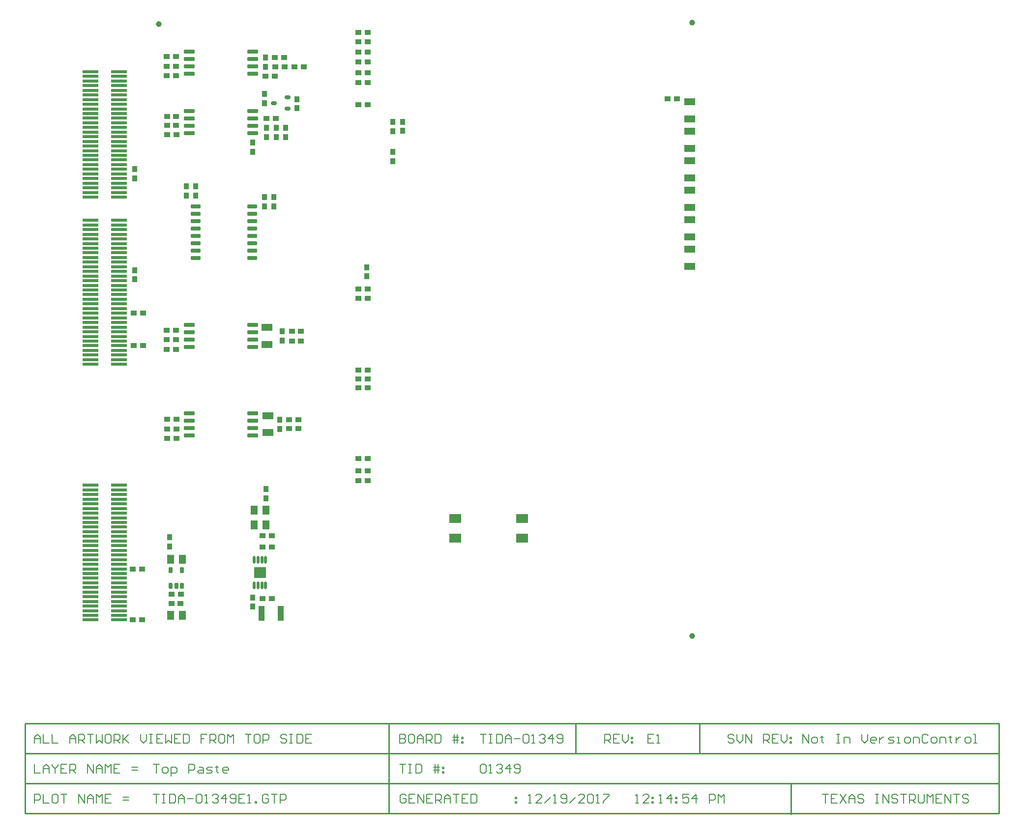
<source format=gtp>
G04 Layer_Color=9021481*
%FSAX25Y25*%
%MOIN*%
G70*
G01*
G75*
%ADD10R,0.07283X0.05118*%
%ADD11R,0.03937X0.03740*%
G04:AMPARAMS|DCode=12|XSize=62.99mil|YSize=78.74mil|CornerRadius=1.89mil|HoleSize=0mil|Usage=FLASHONLY|Rotation=270.000|XOffset=0mil|YOffset=0mil|HoleType=Round|Shape=RoundedRectangle|*
%AMROUNDEDRECTD12*
21,1,0.06299,0.07496,0,0,270.0*
21,1,0.05921,0.07874,0,0,270.0*
1,1,0.00378,-0.03748,-0.02961*
1,1,0.00378,-0.03748,0.02961*
1,1,0.00378,0.03748,0.02961*
1,1,0.00378,0.03748,-0.02961*
%
%ADD12ROUNDEDRECTD12*%
%ADD13R,0.03740X0.03937*%
G04:AMPARAMS|DCode=14|XSize=23.62mil|YSize=39.37mil|CornerRadius=5.91mil|HoleSize=0mil|Usage=FLASHONLY|Rotation=270.000|XOffset=0mil|YOffset=0mil|HoleType=Round|Shape=RoundedRectangle|*
%AMROUNDEDRECTD14*
21,1,0.02362,0.02756,0,0,270.0*
21,1,0.01181,0.03937,0,0,270.0*
1,1,0.01181,-0.01378,-0.00591*
1,1,0.01181,-0.01378,0.00591*
1,1,0.01181,0.01378,0.00591*
1,1,0.01181,0.01378,-0.00591*
%
%ADD14ROUNDEDRECTD14*%
%ADD15R,0.05000X0.06300*%
G04:AMPARAMS|DCode=16|XSize=17.72mil|YSize=53.15mil|CornerRadius=8.86mil|HoleSize=0mil|Usage=FLASHONLY|Rotation=0.000|XOffset=0mil|YOffset=0mil|HoleType=Round|Shape=RoundedRectangle|*
%AMROUNDEDRECTD16*
21,1,0.01772,0.03543,0,0,0.0*
21,1,0.00000,0.05315,0,0,0.0*
1,1,0.01772,0.00000,-0.01772*
1,1,0.01772,0.00000,-0.01772*
1,1,0.01772,0.00000,0.01772*
1,1,0.01772,0.00000,0.01772*
%
%ADD16ROUNDEDRECTD16*%
G04:AMPARAMS|DCode=17|XSize=74.02mil|YSize=77.95mil|CornerRadius=1.85mil|HoleSize=0mil|Usage=FLASHONLY|Rotation=270.000|XOffset=0mil|YOffset=0mil|HoleType=Round|Shape=RoundedRectangle|*
%AMROUNDEDRECTD17*
21,1,0.07402,0.07425,0,0,270.0*
21,1,0.07032,0.07795,0,0,270.0*
1,1,0.00370,-0.03713,-0.03516*
1,1,0.00370,-0.03713,0.03516*
1,1,0.00370,0.03713,0.03516*
1,1,0.00370,0.03713,-0.03516*
%
%ADD17ROUNDEDRECTD17*%
%ADD18R,0.04331X0.09842*%
G04:AMPARAMS|DCode=19|XSize=23.62mil|YSize=39.37mil|CornerRadius=2.01mil|HoleSize=0mil|Usage=FLASHONLY|Rotation=180.000|XOffset=0mil|YOffset=0mil|HoleType=Round|Shape=RoundedRectangle|*
%AMROUNDEDRECTD19*
21,1,0.02362,0.03535,0,0,180.0*
21,1,0.01961,0.03937,0,0,180.0*
1,1,0.00402,-0.00980,0.01768*
1,1,0.00402,0.00980,0.01768*
1,1,0.00402,0.00980,-0.01768*
1,1,0.00402,-0.00980,-0.01768*
%
%ADD19ROUNDEDRECTD19*%
G04:AMPARAMS|DCode=20|XSize=23.62mil|YSize=70.87mil|CornerRadius=2.01mil|HoleSize=0mil|Usage=FLASHONLY|Rotation=270.000|XOffset=0mil|YOffset=0mil|HoleType=Round|Shape=RoundedRectangle|*
%AMROUNDEDRECTD20*
21,1,0.02362,0.06685,0,0,270.0*
21,1,0.01961,0.07087,0,0,270.0*
1,1,0.00402,-0.03342,-0.00980*
1,1,0.00402,-0.03342,0.00980*
1,1,0.00402,0.03342,0.00980*
1,1,0.00402,0.03342,-0.00980*
%
%ADD20ROUNDEDRECTD20*%
G04:AMPARAMS|DCode=21|XSize=23.62mil|YSize=64.96mil|CornerRadius=2.01mil|HoleSize=0mil|Usage=FLASHONLY|Rotation=90.000|XOffset=0mil|YOffset=0mil|HoleType=Round|Shape=RoundedRectangle|*
%AMROUNDEDRECTD21*
21,1,0.02362,0.06094,0,0,90.0*
21,1,0.01961,0.06496,0,0,90.0*
1,1,0.00402,0.03047,0.00980*
1,1,0.00402,0.03047,-0.00980*
1,1,0.00402,-0.03047,-0.00980*
1,1,0.00402,-0.03047,0.00980*
%
%ADD21ROUNDEDRECTD21*%
%ADD22R,0.10724X0.01968*%
%ADD23C,0.03937*%
%ADD24C,0.01000*%
%ADD31C,0.00800*%
G54D10*
X0490700Y0411191D02*
D03*
Y0422609D02*
D03*
Y0431191D02*
D03*
Y0442609D02*
D03*
Y0451191D02*
D03*
Y0462609D02*
D03*
Y0471191D02*
D03*
Y0482609D02*
D03*
Y0491191D02*
D03*
Y0502609D02*
D03*
Y0511191D02*
D03*
Y0522609D02*
D03*
X0203900Y0369609D02*
D03*
Y0358191D02*
D03*
X0204500Y0309709D02*
D03*
Y0298291D02*
D03*
G54D11*
X0475550Y0524900D02*
D03*
X0481850D02*
D03*
X0272350Y0280900D02*
D03*
X0266050D02*
D03*
X0272350Y0340900D02*
D03*
X0266050D02*
D03*
X0272350Y0520900D02*
D03*
X0266050D02*
D03*
Y0535900D02*
D03*
X0272350D02*
D03*
X0272350Y0542400D02*
D03*
X0266050D02*
D03*
X0272350Y0549900D02*
D03*
X0266050D02*
D03*
X0266050Y0556400D02*
D03*
X0272350D02*
D03*
X0266050Y0563400D02*
D03*
X0272350D02*
D03*
X0272350Y0569900D02*
D03*
X0266050D02*
D03*
X0215750Y0552900D02*
D03*
X0209450D02*
D03*
X0215850Y0546500D02*
D03*
X0209550D02*
D03*
X0228850Y0546400D02*
D03*
X0222550D02*
D03*
X0203050Y0540000D02*
D03*
X0209350D02*
D03*
X0209850Y0511400D02*
D03*
X0203550D02*
D03*
X0227100Y0360500D02*
D03*
X0220801D02*
D03*
X0227100Y0367000D02*
D03*
X0220801D02*
D03*
X0225350Y0301050D02*
D03*
X0219050D02*
D03*
X0225350Y0307050D02*
D03*
X0219050D02*
D03*
X0201050Y0228400D02*
D03*
X0207350D02*
D03*
X0201050Y0220900D02*
D03*
X0207350D02*
D03*
X0207350Y0185900D02*
D03*
X0201050D02*
D03*
X0113050Y0171400D02*
D03*
X0119350D02*
D03*
X0145550Y0188900D02*
D03*
X0139250D02*
D03*
X0113050Y0205900D02*
D03*
X0119350D02*
D03*
X0113599Y0357539D02*
D03*
X0119899D02*
D03*
X0113550Y0379400D02*
D03*
X0119850D02*
D03*
X0142450Y0506600D02*
D03*
X0136150D02*
D03*
X0142450Y0512800D02*
D03*
X0136150D02*
D03*
X0266050Y0395900D02*
D03*
X0272350D02*
D03*
X0266050Y0328900D02*
D03*
X0272350D02*
D03*
X0266050Y0265900D02*
D03*
X0272350D02*
D03*
X0142350Y0546900D02*
D03*
X0136050D02*
D03*
X0142350Y0553400D02*
D03*
X0136050D02*
D03*
X0142350Y0361254D02*
D03*
X0136050D02*
D03*
X0142350Y0367754D02*
D03*
X0136050D02*
D03*
X0142480Y0300900D02*
D03*
X0136180D02*
D03*
X0142480Y0307400D02*
D03*
X0136180D02*
D03*
X0272350Y0389400D02*
D03*
X0266050D02*
D03*
X0272350Y0334900D02*
D03*
X0266050D02*
D03*
X0272350Y0272400D02*
D03*
X0266050D02*
D03*
X0142350Y0540400D02*
D03*
X0136050D02*
D03*
X0142350Y0354754D02*
D03*
X0136050D02*
D03*
X0142480Y0294400D02*
D03*
X0136180D02*
D03*
X0136250Y0500300D02*
D03*
X0142550D02*
D03*
X0145450Y0182400D02*
D03*
X0139150D02*
D03*
G54D12*
X0377074Y0240093D02*
D03*
Y0226707D02*
D03*
X0331700Y0240093D02*
D03*
Y0226707D02*
D03*
G54D13*
X0271700Y0404250D02*
D03*
Y0410550D02*
D03*
X0289330Y0488719D02*
D03*
Y0482420D02*
D03*
X0289200Y0502750D02*
D03*
Y0509050D02*
D03*
X0295830Y0502920D02*
D03*
Y0509219D02*
D03*
X0202200Y0521750D02*
D03*
Y0528050D02*
D03*
X0224200Y0524550D02*
D03*
Y0518250D02*
D03*
X0203700Y0498750D02*
D03*
Y0505050D02*
D03*
X0210200Y0505050D02*
D03*
Y0498750D02*
D03*
X0216700Y0498750D02*
D03*
Y0505050D02*
D03*
X0194200Y0488750D02*
D03*
Y0495050D02*
D03*
X0208700Y0451750D02*
D03*
Y0458050D02*
D03*
X0202200Y0451750D02*
D03*
Y0458050D02*
D03*
X0214300Y0360650D02*
D03*
Y0366950D02*
D03*
X0212700Y0300900D02*
D03*
Y0307199D02*
D03*
X0203200Y0253750D02*
D03*
Y0260050D02*
D03*
X0194200Y0186550D02*
D03*
Y0180250D02*
D03*
X0138000Y0221050D02*
D03*
Y0227350D02*
D03*
X0114200Y0402278D02*
D03*
Y0408577D02*
D03*
X0149300Y0465350D02*
D03*
Y0459050D02*
D03*
X0114200Y0470750D02*
D03*
Y0477050D02*
D03*
X0155500Y0459050D02*
D03*
Y0465350D02*
D03*
X0203000Y0552750D02*
D03*
Y0546450D02*
D03*
G54D14*
X0208476Y0521900D02*
D03*
X0217924Y0525640D02*
D03*
Y0518160D02*
D03*
G54D15*
X0195200Y0245900D02*
D03*
X0203200D02*
D03*
X0195200Y0235900D02*
D03*
X0203200D02*
D03*
X0146500Y0174500D02*
D03*
X0138500D02*
D03*
X0138600Y0212500D02*
D03*
X0146600D02*
D03*
G54D16*
X0195361Y0194640D02*
D03*
X0197921D02*
D03*
X0200480D02*
D03*
X0195361Y0212160D02*
D03*
X0197921D02*
D03*
X0200480D02*
D03*
X0203039Y0194640D02*
D03*
Y0212160D02*
D03*
G54D17*
X0199200Y0203400D02*
D03*
G54D18*
X0200204Y0175900D02*
D03*
X0213196D02*
D03*
G54D19*
X0138760Y0194387D02*
D03*
X0142500D02*
D03*
X0146240D02*
D03*
Y0205213D02*
D03*
X0138760D02*
D03*
G54D20*
X0194157Y0541900D02*
D03*
Y0546900D02*
D03*
Y0551900D02*
D03*
Y0556900D02*
D03*
X0151243Y0541900D02*
D03*
Y0546900D02*
D03*
Y0551900D02*
D03*
Y0556900D02*
D03*
X0194157Y0356400D02*
D03*
Y0361400D02*
D03*
Y0366400D02*
D03*
Y0371400D02*
D03*
X0151243Y0356400D02*
D03*
Y0361400D02*
D03*
Y0366400D02*
D03*
Y0371400D02*
D03*
X0194157Y0296400D02*
D03*
Y0301400D02*
D03*
Y0306400D02*
D03*
Y0311400D02*
D03*
X0151243Y0296400D02*
D03*
Y0301400D02*
D03*
Y0306400D02*
D03*
Y0311400D02*
D03*
X0194157Y0501400D02*
D03*
Y0506400D02*
D03*
Y0511400D02*
D03*
Y0516400D02*
D03*
X0151243Y0501400D02*
D03*
Y0506400D02*
D03*
Y0511400D02*
D03*
Y0516400D02*
D03*
G54D21*
X0193893Y0416900D02*
D03*
Y0421900D02*
D03*
Y0426900D02*
D03*
Y0431900D02*
D03*
Y0436900D02*
D03*
Y0441900D02*
D03*
Y0446900D02*
D03*
Y0451900D02*
D03*
X0155507Y0416900D02*
D03*
Y0421900D02*
D03*
Y0426900D02*
D03*
Y0431900D02*
D03*
Y0436900D02*
D03*
Y0441900D02*
D03*
Y0446900D02*
D03*
Y0451900D02*
D03*
G54D22*
X0084276Y0262602D02*
D03*
Y0259452D02*
D03*
Y0256303D02*
D03*
Y0253153D02*
D03*
Y0250004D02*
D03*
Y0246854D02*
D03*
Y0243704D02*
D03*
Y0240555D02*
D03*
Y0237405D02*
D03*
Y0234256D02*
D03*
Y0231106D02*
D03*
Y0227956D02*
D03*
Y0224807D02*
D03*
Y0221657D02*
D03*
Y0218507D02*
D03*
Y0215358D02*
D03*
Y0212208D02*
D03*
Y0209059D02*
D03*
Y0205909D02*
D03*
Y0202759D02*
D03*
Y0199610D02*
D03*
Y0196460D02*
D03*
Y0193311D02*
D03*
Y0190161D02*
D03*
Y0187011D02*
D03*
Y0183862D02*
D03*
Y0180712D02*
D03*
Y0177563D02*
D03*
Y0174413D02*
D03*
Y0171263D02*
D03*
X0103662Y0262602D02*
D03*
Y0259452D02*
D03*
Y0256303D02*
D03*
Y0253153D02*
D03*
Y0250004D02*
D03*
Y0246854D02*
D03*
Y0243704D02*
D03*
Y0240555D02*
D03*
Y0237405D02*
D03*
Y0234256D02*
D03*
Y0231106D02*
D03*
Y0227956D02*
D03*
Y0224807D02*
D03*
Y0221657D02*
D03*
Y0218507D02*
D03*
Y0215358D02*
D03*
Y0212208D02*
D03*
Y0209059D02*
D03*
Y0205909D02*
D03*
Y0202759D02*
D03*
Y0199610D02*
D03*
Y0196460D02*
D03*
Y0193311D02*
D03*
Y0190161D02*
D03*
Y0187011D02*
D03*
Y0183862D02*
D03*
Y0180712D02*
D03*
Y0177563D02*
D03*
Y0174413D02*
D03*
Y0171263D02*
D03*
X0103662Y0344671D02*
D03*
X0084276D02*
D03*
X0103662Y0347820D02*
D03*
X0084276D02*
D03*
X0103662Y0350970D02*
D03*
X0084276D02*
D03*
X0103662Y0354119D02*
D03*
X0084276D02*
D03*
X0103662Y0357269D02*
D03*
X0084276D02*
D03*
X0103662Y0360419D02*
D03*
X0084276D02*
D03*
X0103662Y0363568D02*
D03*
X0084276D02*
D03*
X0103662Y0366718D02*
D03*
X0084276D02*
D03*
X0103662Y0369867D02*
D03*
X0084276D02*
D03*
X0103662Y0373017D02*
D03*
X0084276D02*
D03*
X0103662Y0376167D02*
D03*
X0084276D02*
D03*
X0103662Y0379316D02*
D03*
X0084276D02*
D03*
X0103662Y0382466D02*
D03*
X0084276D02*
D03*
X0103662Y0385615D02*
D03*
X0084276D02*
D03*
X0103662Y0388765D02*
D03*
X0084276D02*
D03*
X0103662Y0391915D02*
D03*
X0084276D02*
D03*
X0103662Y0395064D02*
D03*
X0084276D02*
D03*
X0103662Y0398214D02*
D03*
X0084276D02*
D03*
X0103662Y0401364D02*
D03*
X0084276D02*
D03*
X0103662Y0404513D02*
D03*
X0084276D02*
D03*
X0103662Y0407663D02*
D03*
X0084276D02*
D03*
X0103662Y0410812D02*
D03*
X0084276D02*
D03*
X0103662Y0413962D02*
D03*
X0084276D02*
D03*
X0103662Y0417112D02*
D03*
X0084276D02*
D03*
X0103662Y0420261D02*
D03*
X0084276D02*
D03*
X0103662Y0423411D02*
D03*
X0084276D02*
D03*
X0103662Y0426560D02*
D03*
X0084276D02*
D03*
X0103662Y0429710D02*
D03*
X0084276D02*
D03*
X0103662Y0432860D02*
D03*
X0084276D02*
D03*
X0103662Y0436009D02*
D03*
X0084276D02*
D03*
X0103662Y0439159D02*
D03*
X0084276D02*
D03*
X0103662Y0442308D02*
D03*
X0084276D02*
D03*
X0103662Y0458056D02*
D03*
X0084276D02*
D03*
X0103662Y0461206D02*
D03*
X0084276D02*
D03*
X0103662Y0464356D02*
D03*
X0084276D02*
D03*
X0103662Y0467505D02*
D03*
X0084276D02*
D03*
X0103662Y0470655D02*
D03*
X0084276D02*
D03*
X0103662Y0473805D02*
D03*
X0084276D02*
D03*
X0103662Y0476954D02*
D03*
X0084276D02*
D03*
X0103662Y0480104D02*
D03*
X0084276D02*
D03*
X0103662Y0483253D02*
D03*
X0084276D02*
D03*
X0103662Y0486403D02*
D03*
X0084276D02*
D03*
X0103662Y0489552D02*
D03*
X0084276D02*
D03*
X0103662Y0492702D02*
D03*
X0084276D02*
D03*
X0103662Y0495852D02*
D03*
X0084276D02*
D03*
X0103662Y0499001D02*
D03*
X0084276D02*
D03*
X0103662Y0502151D02*
D03*
X0084276D02*
D03*
X0103662Y0505301D02*
D03*
X0084276D02*
D03*
X0103662Y0508450D02*
D03*
X0084276D02*
D03*
X0103662Y0511600D02*
D03*
X0084276D02*
D03*
X0103662Y0514749D02*
D03*
X0084276D02*
D03*
X0103662Y0517899D02*
D03*
X0084276D02*
D03*
X0103662Y0521049D02*
D03*
X0084276D02*
D03*
X0103662Y0524198D02*
D03*
X0084276D02*
D03*
X0103662Y0527348D02*
D03*
X0084276Y0527348D02*
D03*
X0103662Y0530497D02*
D03*
X0084276D02*
D03*
X0103662Y0533647D02*
D03*
X0084276Y0533647D02*
D03*
X0103662Y0536797D02*
D03*
X0084276D02*
D03*
X0103662Y0539946D02*
D03*
X0084276D02*
D03*
X0103662Y0543096D02*
D03*
X0084276D02*
D03*
G54D23*
X0130769Y0575300D02*
D03*
X0492200Y0576400D02*
D03*
Y0160400D02*
D03*
G54D24*
X0559400Y0039400D02*
Y0059683D01*
X0440500Y0040050D02*
X0700200D01*
Y0101050D01*
X0286500Y0040050D02*
Y0101050D01*
X0040000Y0040050D02*
Y0101050D01*
X0040050Y0040050D02*
X0197600D01*
X0040050D02*
Y0101050D01*
Y0101050D02*
X0700200D01*
X0040000Y0040050D02*
X0440500D01*
X0040000Y0060383D02*
X0700000D01*
X0040000Y0080717D02*
X0700200D01*
X0413200D02*
Y0101050D01*
X0497200Y0080717D02*
Y0101050D01*
G54D31*
X0126900Y0073549D02*
X0130899D01*
X0128899D01*
Y0067551D01*
X0133898D02*
X0135897D01*
X0136897Y0068550D01*
Y0070550D01*
X0135897Y0071549D01*
X0133898D01*
X0132898Y0070550D01*
Y0068550D01*
X0133898Y0067551D01*
X0138896Y0065551D02*
Y0071549D01*
X0141895D01*
X0142895Y0070550D01*
Y0068550D01*
X0141895Y0067551D01*
X0138896D01*
X0150892D02*
Y0073549D01*
X0153891D01*
X0154891Y0072549D01*
Y0070550D01*
X0153891Y0069550D01*
X0150892D01*
X0157890Y0071549D02*
X0159889D01*
X0160889Y0070550D01*
Y0067551D01*
X0157890D01*
X0156890Y0068550D01*
X0157890Y0069550D01*
X0160889D01*
X0162888Y0067551D02*
X0165887D01*
X0166887Y0068550D01*
X0165887Y0069550D01*
X0163888D01*
X0162888Y0070550D01*
X0163888Y0071549D01*
X0166887D01*
X0169886Y0072549D02*
Y0071549D01*
X0168886D01*
X0170886D01*
X0169886D01*
Y0068550D01*
X0170886Y0067551D01*
X0176884D02*
X0174884D01*
X0173885Y0068550D01*
Y0070550D01*
X0174884Y0071549D01*
X0176884D01*
X0177884Y0070550D01*
Y0069550D01*
X0173885D01*
X0348550Y0072498D02*
X0349550Y0073498D01*
X0351549D01*
X0352549Y0072498D01*
Y0068500D01*
X0351549Y0067500D01*
X0349550D01*
X0348550Y0068500D01*
Y0072498D01*
X0354548Y0067500D02*
X0356547D01*
X0355548D01*
Y0073498D01*
X0354548Y0072498D01*
X0359546D02*
X0360546Y0073498D01*
X0362545D01*
X0363545Y0072498D01*
Y0071499D01*
X0362545Y0070499D01*
X0361546D01*
X0362545D01*
X0363545Y0069499D01*
Y0068500D01*
X0362545Y0067500D01*
X0360546D01*
X0359546Y0068500D01*
X0368544Y0067500D02*
Y0073498D01*
X0365545Y0070499D01*
X0369543D01*
X0371543Y0068500D02*
X0372542Y0067500D01*
X0374542D01*
X0375541Y0068500D01*
Y0072498D01*
X0374542Y0073498D01*
X0372542D01*
X0371543Y0072498D01*
Y0071499D01*
X0372542Y0070499D01*
X0375541D01*
X0294000Y0073498D02*
X0297999D01*
X0295999D01*
Y0067500D01*
X0299998Y0073498D02*
X0301997D01*
X0300998D01*
Y0067500D01*
X0299998D01*
X0301997D01*
X0304996Y0073498D02*
Y0067500D01*
X0307996D01*
X0308995Y0068500D01*
Y0072498D01*
X0307996Y0073498D01*
X0304996D01*
X0317992Y0067500D02*
Y0073498D01*
X0319992D02*
Y0067500D01*
X0316993Y0071499D02*
X0319992D01*
X0320991D01*
X0316993Y0069499D02*
X0320991D01*
X0322991Y0071499D02*
X0323990D01*
Y0070499D01*
X0322991D01*
Y0071499D01*
Y0068500D02*
X0323990D01*
Y0067500D01*
X0322991D01*
Y0068500D01*
X0580500Y0052965D02*
X0584499D01*
X0582499D01*
Y0046966D01*
X0590497Y0052965D02*
X0586498D01*
Y0046966D01*
X0590497D01*
X0586498Y0049966D02*
X0588497D01*
X0592496Y0052965D02*
X0596495Y0046966D01*
Y0052965D02*
X0592496Y0046966D01*
X0598494D02*
Y0050965D01*
X0600493Y0052965D01*
X0602493Y0050965D01*
Y0046966D01*
Y0049966D01*
X0598494D01*
X0608491Y0051965D02*
X0607491Y0052965D01*
X0605492D01*
X0604492Y0051965D01*
Y0050965D01*
X0605492Y0049966D01*
X0607491D01*
X0608491Y0048966D01*
Y0047966D01*
X0607491Y0046966D01*
X0605492D01*
X0604492Y0047966D01*
X0616488Y0052965D02*
X0618488D01*
X0617488D01*
Y0046966D01*
X0616488D01*
X0618488D01*
X0621487D02*
Y0052965D01*
X0625486Y0046966D01*
Y0052965D01*
X0631484Y0051965D02*
X0630484Y0052965D01*
X0628484D01*
X0627485Y0051965D01*
Y0050965D01*
X0628484Y0049966D01*
X0630484D01*
X0631484Y0048966D01*
Y0047966D01*
X0630484Y0046966D01*
X0628484D01*
X0627485Y0047966D01*
X0633483Y0052965D02*
X0637482D01*
X0635482D01*
Y0046966D01*
X0639481D02*
Y0052965D01*
X0642480D01*
X0643480Y0051965D01*
Y0049966D01*
X0642480Y0048966D01*
X0639481D01*
X0641480D02*
X0643480Y0046966D01*
X0645479Y0052965D02*
Y0047966D01*
X0646479Y0046966D01*
X0648478D01*
X0649478Y0047966D01*
Y0052965D01*
X0651477Y0046966D02*
Y0052965D01*
X0653476Y0050965D01*
X0655476Y0052965D01*
Y0046966D01*
X0661474Y0052965D02*
X0657475D01*
Y0046966D01*
X0661474D01*
X0657475Y0049966D02*
X0659474D01*
X0663473Y0046966D02*
Y0052965D01*
X0667472Y0046966D01*
Y0052965D01*
X0669471D02*
X0673470D01*
X0671471D01*
Y0046966D01*
X0679468Y0051965D02*
X0678468Y0052965D01*
X0676469D01*
X0675469Y0051965D01*
Y0050965D01*
X0676469Y0049966D01*
X0678468D01*
X0679468Y0048966D01*
Y0047966D01*
X0678468Y0046966D01*
X0676469D01*
X0675469Y0047966D01*
X0454050Y0046966D02*
X0456049D01*
X0455050D01*
Y0052965D01*
X0454050Y0051965D01*
X0463047Y0046966D02*
X0459048D01*
X0463047Y0050965D01*
Y0051965D01*
X0462047Y0052965D01*
X0460048D01*
X0459048Y0051965D01*
X0465046Y0050965D02*
X0466046D01*
Y0049966D01*
X0465046D01*
Y0050965D01*
Y0047966D02*
X0466046D01*
Y0046966D01*
X0465046D01*
Y0047966D01*
X0470045Y0046966D02*
X0472044D01*
X0471044D01*
Y0052965D01*
X0470045Y0051965D01*
X0478042Y0046966D02*
Y0052965D01*
X0475043Y0049966D01*
X0479042D01*
X0481041Y0050965D02*
X0482041D01*
Y0049966D01*
X0481041D01*
Y0050965D01*
Y0047966D02*
X0482041D01*
Y0046966D01*
X0481041D01*
Y0047966D01*
X0490038Y0052965D02*
X0486040D01*
Y0049966D01*
X0488039Y0050965D01*
X0489039D01*
X0490038Y0049966D01*
Y0047966D01*
X0489039Y0046966D01*
X0487039D01*
X0486040Y0047966D01*
X0495037Y0046966D02*
Y0052965D01*
X0492038Y0049966D01*
X0496036D01*
X0504034Y0046966D02*
Y0052965D01*
X0507033D01*
X0508033Y0051965D01*
Y0049966D01*
X0507033Y0048966D01*
X0504034D01*
X0510032Y0046966D02*
Y0052965D01*
X0512031Y0050965D01*
X0514031Y0052965D01*
Y0046966D01*
X0046350D02*
Y0052965D01*
X0049349D01*
X0050349Y0051965D01*
Y0049966D01*
X0049349Y0048966D01*
X0046350D01*
X0052348Y0052965D02*
Y0046966D01*
X0056347D01*
X0061345Y0052965D02*
X0059346D01*
X0058346Y0051965D01*
Y0047966D01*
X0059346Y0046966D01*
X0061345D01*
X0062345Y0047966D01*
Y0051965D01*
X0061345Y0052965D01*
X0064344D02*
X0068343D01*
X0066343D01*
Y0046966D01*
X0076340D02*
Y0052965D01*
X0080339Y0046966D01*
Y0052965D01*
X0082338Y0046966D02*
Y0050965D01*
X0084338Y0052965D01*
X0086337Y0050965D01*
Y0046966D01*
Y0049966D01*
X0082338D01*
X0088336Y0046966D02*
Y0052965D01*
X0090336Y0050965D01*
X0092335Y0052965D01*
Y0046966D01*
X0098333Y0052965D02*
X0094335D01*
Y0046966D01*
X0098333D01*
X0094335Y0049966D02*
X0096334D01*
X0106331Y0048966D02*
X0110329D01*
X0106331Y0050965D02*
X0110329D01*
X0046350Y0073549D02*
Y0067551D01*
X0050349D01*
X0052348D02*
Y0071549D01*
X0054347Y0073549D01*
X0056347Y0071549D01*
Y0067551D01*
Y0070550D01*
X0052348D01*
X0058346Y0073549D02*
Y0072549D01*
X0060346Y0070550D01*
X0062345Y0072549D01*
Y0073549D01*
X0060346Y0070550D02*
Y0067551D01*
X0068343Y0073549D02*
X0064344D01*
Y0067551D01*
X0068343D01*
X0064344Y0070550D02*
X0066343D01*
X0070342Y0067551D02*
Y0073549D01*
X0073341D01*
X0074341Y0072549D01*
Y0070550D01*
X0073341Y0069550D01*
X0070342D01*
X0072342D02*
X0074341Y0067551D01*
X0082338D02*
Y0073549D01*
X0086337Y0067551D01*
Y0073549D01*
X0088336Y0067551D02*
Y0071549D01*
X0090336Y0073549D01*
X0092335Y0071549D01*
Y0067551D01*
Y0070550D01*
X0088336D01*
X0094335Y0067551D02*
Y0073549D01*
X0096334Y0071549D01*
X0098333Y0073549D01*
Y0067551D01*
X0104331Y0073549D02*
X0100332D01*
Y0067551D01*
X0104331D01*
X0100332Y0070550D02*
X0102332D01*
X0112329Y0069550D02*
X0116327D01*
X0112329Y0071549D02*
X0116327D01*
X0294000Y0093831D02*
Y0087833D01*
X0296999D01*
X0297999Y0088833D01*
Y0089833D01*
X0296999Y0090832D01*
X0294000D01*
X0296999D01*
X0297999Y0091832D01*
Y0092832D01*
X0296999Y0093831D01*
X0294000D01*
X0302997D02*
X0300998D01*
X0299998Y0092832D01*
Y0088833D01*
X0300998Y0087833D01*
X0302997D01*
X0303997Y0088833D01*
Y0092832D01*
X0302997Y0093831D01*
X0305996Y0087833D02*
Y0091832D01*
X0307996Y0093831D01*
X0309995Y0091832D01*
Y0087833D01*
Y0090832D01*
X0305996D01*
X0311994Y0087833D02*
Y0093831D01*
X0314993D01*
X0315993Y0092832D01*
Y0090832D01*
X0314993Y0089833D01*
X0311994D01*
X0313994D02*
X0315993Y0087833D01*
X0317992Y0093831D02*
Y0087833D01*
X0320991D01*
X0321991Y0088833D01*
Y0092832D01*
X0320991Y0093831D01*
X0317992D01*
X0330988Y0087833D02*
Y0093831D01*
X0332987D02*
Y0087833D01*
X0329988Y0091832D02*
X0332987D01*
X0333987D01*
X0329988Y0089833D02*
X0333987D01*
X0335986Y0091832D02*
X0336986D01*
Y0090832D01*
X0335986D01*
Y0091832D01*
Y0088833D02*
X0336986D01*
Y0087833D01*
X0335986D01*
Y0088833D01*
X0348550Y0093831D02*
X0352549D01*
X0350549D01*
Y0087833D01*
X0354548Y0093831D02*
X0356547D01*
X0355548D01*
Y0087833D01*
X0354548D01*
X0356547D01*
X0359546Y0093831D02*
Y0087833D01*
X0362545D01*
X0363545Y0088833D01*
Y0092832D01*
X0362545Y0093831D01*
X0359546D01*
X0365545Y0087833D02*
Y0091832D01*
X0367544Y0093831D01*
X0369543Y0091832D01*
Y0087833D01*
Y0090832D01*
X0365545D01*
X0371543D02*
X0375541D01*
X0377541Y0092832D02*
X0378540Y0093831D01*
X0380540D01*
X0381539Y0092832D01*
Y0088833D01*
X0380540Y0087833D01*
X0378540D01*
X0377541Y0088833D01*
Y0092832D01*
X0383539Y0087833D02*
X0385538D01*
X0384538D01*
Y0093831D01*
X0383539Y0092832D01*
X0388537D02*
X0389537Y0093831D01*
X0391536D01*
X0392536Y0092832D01*
Y0091832D01*
X0391536Y0090832D01*
X0390536D01*
X0391536D01*
X0392536Y0089833D01*
Y0088833D01*
X0391536Y0087833D01*
X0389537D01*
X0388537Y0088833D01*
X0397534Y0087833D02*
Y0093831D01*
X0394535Y0090832D01*
X0398534D01*
X0400533Y0088833D02*
X0401533Y0087833D01*
X0403532D01*
X0404532Y0088833D01*
Y0092832D01*
X0403532Y0093831D01*
X0401533D01*
X0400533Y0092832D01*
Y0091832D01*
X0401533Y0090832D01*
X0404532D01*
X0466149Y0093831D02*
X0462150D01*
Y0087833D01*
X0466149D01*
X0462150Y0090832D02*
X0464149D01*
X0468148Y0087833D02*
X0470147D01*
X0469148D01*
Y0093831D01*
X0468148Y0092832D01*
X0046350Y0087833D02*
Y0091832D01*
X0048349Y0093831D01*
X0050349Y0091832D01*
Y0087833D01*
Y0090832D01*
X0046350D01*
X0052348Y0093831D02*
Y0087833D01*
X0056347D01*
X0058346Y0093831D02*
Y0087833D01*
X0062345D01*
X0070342D02*
Y0091832D01*
X0072342Y0093831D01*
X0074341Y0091832D01*
Y0087833D01*
Y0090832D01*
X0070342D01*
X0076340Y0087833D02*
Y0093831D01*
X0079339D01*
X0080339Y0092832D01*
Y0090832D01*
X0079339Y0089833D01*
X0076340D01*
X0078340D02*
X0080339Y0087833D01*
X0082338Y0093831D02*
X0086337D01*
X0084338D01*
Y0087833D01*
X0088336Y0093831D02*
Y0087833D01*
X0090336Y0089833D01*
X0092335Y0087833D01*
Y0093831D01*
X0097334D02*
X0095334D01*
X0094335Y0092832D01*
Y0088833D01*
X0095334Y0087833D01*
X0097334D01*
X0098333Y0088833D01*
Y0092832D01*
X0097334Y0093831D01*
X0100332Y0087833D02*
Y0093831D01*
X0103332D01*
X0104331Y0092832D01*
Y0090832D01*
X0103332Y0089833D01*
X0100332D01*
X0102332D02*
X0104331Y0087833D01*
X0106331Y0093831D02*
Y0087833D01*
Y0089833D01*
X0110329Y0093831D01*
X0107330Y0090832D01*
X0110329Y0087833D01*
X0118327Y0093831D02*
Y0089833D01*
X0120326Y0087833D01*
X0122325Y0089833D01*
Y0093831D01*
X0124325D02*
X0126324D01*
X0125324D01*
Y0087833D01*
X0124325D01*
X0126324D01*
X0133322Y0093831D02*
X0129323D01*
Y0087833D01*
X0133322D01*
X0129323Y0090832D02*
X0131323D01*
X0135321Y0093831D02*
Y0087833D01*
X0137321Y0089833D01*
X0139320Y0087833D01*
Y0093831D01*
X0145318D02*
X0141319D01*
Y0087833D01*
X0145318D01*
X0141319Y0090832D02*
X0143319D01*
X0147317Y0093831D02*
Y0087833D01*
X0150316D01*
X0151316Y0088833D01*
Y0092832D01*
X0150316Y0093831D01*
X0147317D01*
X0163312D02*
X0159313D01*
Y0090832D01*
X0161313D01*
X0159313D01*
Y0087833D01*
X0165312D02*
Y0093831D01*
X0168310D01*
X0169310Y0092832D01*
Y0090832D01*
X0168310Y0089833D01*
X0165312D01*
X0167311D02*
X0169310Y0087833D01*
X0174309Y0093831D02*
X0172309D01*
X0171310Y0092832D01*
Y0088833D01*
X0172309Y0087833D01*
X0174309D01*
X0175308Y0088833D01*
Y0092832D01*
X0174309Y0093831D01*
X0177308Y0087833D02*
Y0093831D01*
X0179307Y0091832D01*
X0181306Y0093831D01*
Y0087833D01*
X0189304Y0093831D02*
X0193303D01*
X0191303D01*
Y0087833D01*
X0198301Y0093831D02*
X0196301D01*
X0195302Y0092832D01*
Y0088833D01*
X0196301Y0087833D01*
X0198301D01*
X0199301Y0088833D01*
Y0092832D01*
X0198301Y0093831D01*
X0201300Y0087833D02*
Y0093831D01*
X0204299D01*
X0205299Y0092832D01*
Y0090832D01*
X0204299Y0089833D01*
X0201300D01*
X0217295Y0092832D02*
X0216295Y0093831D01*
X0214296D01*
X0213296Y0092832D01*
Y0091832D01*
X0214296Y0090832D01*
X0216295D01*
X0217295Y0089833D01*
Y0088833D01*
X0216295Y0087833D01*
X0214296D01*
X0213296Y0088833D01*
X0219294Y0093831D02*
X0221293D01*
X0220294D01*
Y0087833D01*
X0219294D01*
X0221293D01*
X0224292Y0093831D02*
Y0087833D01*
X0227291D01*
X0228291Y0088833D01*
Y0092832D01*
X0227291Y0093831D01*
X0224292D01*
X0234289D02*
X0230291D01*
Y0087833D01*
X0234289D01*
X0230291Y0090832D02*
X0232290D01*
X0298199Y0051965D02*
X0297199Y0052965D01*
X0295200D01*
X0294200Y0051965D01*
Y0047966D01*
X0295200Y0046966D01*
X0297199D01*
X0298199Y0047966D01*
Y0049966D01*
X0296199D01*
X0304197Y0052965D02*
X0300198D01*
Y0046966D01*
X0304197D01*
X0300198Y0049966D02*
X0302197D01*
X0306196Y0046966D02*
Y0052965D01*
X0310195Y0046966D01*
Y0052965D01*
X0316193D02*
X0312194D01*
Y0046966D01*
X0316193D01*
X0312194Y0049966D02*
X0314194D01*
X0318192Y0046966D02*
Y0052965D01*
X0321191D01*
X0322191Y0051965D01*
Y0049966D01*
X0321191Y0048966D01*
X0318192D01*
X0320192D02*
X0322191Y0046966D01*
X0324190D02*
Y0050965D01*
X0326190Y0052965D01*
X0328189Y0050965D01*
Y0046966D01*
Y0049966D01*
X0324190D01*
X0330188Y0052965D02*
X0334187D01*
X0332188D01*
Y0046966D01*
X0340185Y0052965D02*
X0336186D01*
Y0046966D01*
X0340185D01*
X0336186Y0049966D02*
X0338186D01*
X0342184Y0052965D02*
Y0046966D01*
X0345183D01*
X0346183Y0047966D01*
Y0051965D01*
X0345183Y0052965D01*
X0342184D01*
X0372175Y0050965D02*
X0373175D01*
Y0049966D01*
X0372175D01*
Y0050965D01*
Y0047966D02*
X0373175D01*
Y0046966D01*
X0372175D01*
Y0047966D01*
X0381150Y0046966D02*
X0383149D01*
X0382150D01*
Y0052965D01*
X0381150Y0051965D01*
X0390147Y0046966D02*
X0386148D01*
X0390147Y0050965D01*
Y0051965D01*
X0389147Y0052965D01*
X0387148D01*
X0386148Y0051965D01*
X0392146Y0046966D02*
X0396145Y0050965D01*
X0398145Y0046966D02*
X0400144D01*
X0399144D01*
Y0052965D01*
X0398145Y0051965D01*
X0403143Y0047966D02*
X0404143Y0046966D01*
X0406142D01*
X0407142Y0047966D01*
Y0051965D01*
X0406142Y0052965D01*
X0404143D01*
X0403143Y0051965D01*
Y0050965D01*
X0404143Y0049966D01*
X0407142D01*
X0409141Y0046966D02*
X0413140Y0050965D01*
X0419138Y0046966D02*
X0415139D01*
X0419138Y0050965D01*
Y0051965D01*
X0418138Y0052965D01*
X0416139D01*
X0415139Y0051965D01*
X0421137D02*
X0422137Y0052965D01*
X0424136D01*
X0425136Y0051965D01*
Y0047966D01*
X0424136Y0046966D01*
X0422137D01*
X0421137Y0047966D01*
Y0051965D01*
X0427135Y0046966D02*
X0429135D01*
X0428135D01*
Y0052965D01*
X0427135Y0051965D01*
X0432133Y0052965D02*
X0436132D01*
Y0051965D01*
X0432133Y0047966D01*
Y0046966D01*
X0126900Y0052965D02*
X0130899D01*
X0128899D01*
Y0046966D01*
X0132898Y0052965D02*
X0134897D01*
X0133898D01*
Y0046966D01*
X0132898D01*
X0134897D01*
X0137896Y0052965D02*
Y0046966D01*
X0140895D01*
X0141895Y0047966D01*
Y0051965D01*
X0140895Y0052965D01*
X0137896D01*
X0143895Y0046966D02*
Y0050965D01*
X0145894Y0052965D01*
X0147893Y0050965D01*
Y0046966D01*
Y0049966D01*
X0143895D01*
X0149893D02*
X0153891D01*
X0155891Y0051965D02*
X0156890Y0052965D01*
X0158890D01*
X0159889Y0051965D01*
Y0047966D01*
X0158890Y0046966D01*
X0156890D01*
X0155891Y0047966D01*
Y0051965D01*
X0161889Y0046966D02*
X0163888D01*
X0162888D01*
Y0052965D01*
X0161889Y0051965D01*
X0166887D02*
X0167887Y0052965D01*
X0169886D01*
X0170886Y0051965D01*
Y0050965D01*
X0169886Y0049966D01*
X0168886D01*
X0169886D01*
X0170886Y0048966D01*
Y0047966D01*
X0169886Y0046966D01*
X0167887D01*
X0166887Y0047966D01*
X0175884Y0046966D02*
Y0052965D01*
X0172885Y0049966D01*
X0176884D01*
X0178883Y0047966D02*
X0179883Y0046966D01*
X0181882D01*
X0182882Y0047966D01*
Y0051965D01*
X0181882Y0052965D01*
X0179883D01*
X0178883Y0051965D01*
Y0050965D01*
X0179883Y0049966D01*
X0182882D01*
X0188880Y0052965D02*
X0184881D01*
Y0046966D01*
X0188880D01*
X0184881Y0049966D02*
X0186881D01*
X0190879Y0046966D02*
X0192879D01*
X0191879D01*
Y0052965D01*
X0190879Y0051965D01*
X0195878Y0046966D02*
Y0047966D01*
X0196877D01*
Y0046966D01*
X0195878D01*
X0204875Y0051965D02*
X0203875Y0052965D01*
X0201876D01*
X0200876Y0051965D01*
Y0047966D01*
X0201876Y0046966D01*
X0203875D01*
X0204875Y0047966D01*
Y0049966D01*
X0202875D01*
X0206874Y0052965D02*
X0210873D01*
X0208874D01*
Y0046966D01*
X0212872D02*
Y0052965D01*
X0215871D01*
X0216871Y0051965D01*
Y0049966D01*
X0215871Y0048966D01*
X0212872D01*
X0433000Y0087833D02*
Y0093831D01*
X0435999D01*
X0436999Y0092832D01*
Y0090832D01*
X0435999Y0089833D01*
X0433000D01*
X0434999D02*
X0436999Y0087833D01*
X0442997Y0093831D02*
X0438998D01*
Y0087833D01*
X0442997D01*
X0438998Y0090832D02*
X0440997D01*
X0444996Y0093831D02*
Y0089833D01*
X0446995Y0087833D01*
X0448995Y0089833D01*
Y0093831D01*
X0450994Y0091832D02*
X0451994D01*
Y0090832D01*
X0450994D01*
Y0091832D01*
Y0088833D02*
X0451994D01*
Y0087833D01*
X0450994D01*
Y0088833D01*
X0520799Y0092832D02*
X0519799Y0093831D01*
X0517800D01*
X0516800Y0092832D01*
Y0091832D01*
X0517800Y0090832D01*
X0519799D01*
X0520799Y0089833D01*
Y0088833D01*
X0519799Y0087833D01*
X0517800D01*
X0516800Y0088833D01*
X0522798Y0093831D02*
Y0089833D01*
X0524797Y0087833D01*
X0526797Y0089833D01*
Y0093831D01*
X0528796Y0087833D02*
Y0093831D01*
X0532795Y0087833D01*
Y0093831D01*
X0540792Y0087833D02*
Y0093831D01*
X0543791D01*
X0544791Y0092832D01*
Y0090832D01*
X0543791Y0089833D01*
X0540792D01*
X0542792D02*
X0544791Y0087833D01*
X0550789Y0093831D02*
X0546790D01*
Y0087833D01*
X0550789D01*
X0546790Y0090832D02*
X0548790D01*
X0552788Y0093831D02*
Y0089833D01*
X0554788Y0087833D01*
X0556787Y0089833D01*
Y0093831D01*
X0558786Y0091832D02*
X0559786D01*
Y0090832D01*
X0558786D01*
Y0091832D01*
Y0088833D02*
X0559786D01*
Y0087833D01*
X0558786D01*
Y0088833D01*
X0567400Y0087833D02*
Y0093831D01*
X0571399Y0087833D01*
Y0093831D01*
X0574398Y0087833D02*
X0576397D01*
X0577397Y0088833D01*
Y0090832D01*
X0576397Y0091832D01*
X0574398D01*
X0573398Y0090832D01*
Y0088833D01*
X0574398Y0087833D01*
X0580396Y0092832D02*
Y0091832D01*
X0579396D01*
X0581395D01*
X0580396D01*
Y0088833D01*
X0581395Y0087833D01*
X0590393Y0093831D02*
X0592392D01*
X0591392D01*
Y0087833D01*
X0590393D01*
X0592392D01*
X0595391D02*
Y0091832D01*
X0598390D01*
X0599390Y0090832D01*
Y0087833D01*
X0607387Y0093831D02*
Y0089833D01*
X0609386Y0087833D01*
X0611386Y0089833D01*
Y0093831D01*
X0616384Y0087833D02*
X0614385D01*
X0613385Y0088833D01*
Y0090832D01*
X0614385Y0091832D01*
X0616384D01*
X0617384Y0090832D01*
Y0089833D01*
X0613385D01*
X0619383Y0091832D02*
Y0087833D01*
Y0089833D01*
X0620383Y0090832D01*
X0621383Y0091832D01*
X0622382D01*
X0625381Y0087833D02*
X0628380D01*
X0629380Y0088833D01*
X0628380Y0089833D01*
X0626381D01*
X0625381Y0090832D01*
X0626381Y0091832D01*
X0629380D01*
X0631379Y0087833D02*
X0633379D01*
X0632379D01*
Y0091832D01*
X0631379D01*
X0637377Y0087833D02*
X0639377D01*
X0640376Y0088833D01*
Y0090832D01*
X0639377Y0091832D01*
X0637377D01*
X0636378Y0090832D01*
Y0088833D01*
X0637377Y0087833D01*
X0642376D02*
Y0091832D01*
X0645375D01*
X0646374Y0090832D01*
Y0087833D01*
X0652373Y0092832D02*
X0651373Y0093831D01*
X0649373D01*
X0648374Y0092832D01*
Y0088833D01*
X0649373Y0087833D01*
X0651373D01*
X0652373Y0088833D01*
X0655372Y0087833D02*
X0657371D01*
X0658371Y0088833D01*
Y0090832D01*
X0657371Y0091832D01*
X0655372D01*
X0654372Y0090832D01*
Y0088833D01*
X0655372Y0087833D01*
X0660370D02*
Y0091832D01*
X0663369D01*
X0664369Y0090832D01*
Y0087833D01*
X0667368Y0092832D02*
Y0091832D01*
X0666368D01*
X0668367D01*
X0667368D01*
Y0088833D01*
X0668367Y0087833D01*
X0671366Y0091832D02*
Y0087833D01*
Y0089833D01*
X0672366Y0090832D01*
X0673366Y0091832D01*
X0674365D01*
X0678364Y0087833D02*
X0680364D01*
X0681363Y0088833D01*
Y0090832D01*
X0680364Y0091832D01*
X0678364D01*
X0677364Y0090832D01*
Y0088833D01*
X0678364Y0087833D01*
X0683362D02*
X0685362D01*
X0684362D01*
Y0093831D01*
X0683362D01*
M02*

</source>
